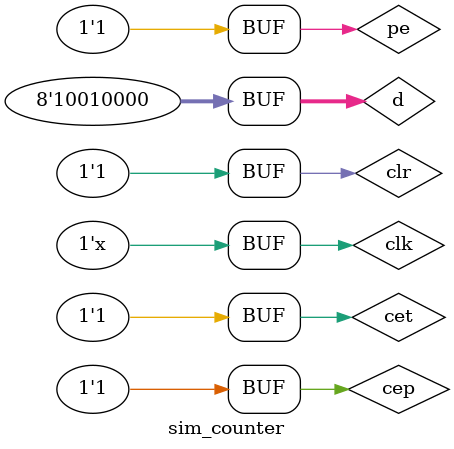
<source format=v>
module sim_counter;
    reg cep,cet,pe,clk,clr;
    reg [7:0] d;
    wire up;
    wire [7:0] q;
    counter c(cep,cet,pe,clk,clr,d,up,q);
    initial begin
        d=8'b0000_0000;cep=0;cet=0;pe=0;clk=0;clr=1;
        #5 clr=0;
        #5 clr<=1;
        pe<=0;
        #5 d=127;
        #5 d=328;
        #5 d=144;
        pe<=1;
    end
    always #5 clk=~clk;
    always begin
        #8 cep<=0;cet<=0;
        #8 cep<=1;
        #8 cep<=1;cet<=0;
        #8 cep<=1;cet<=1;
    end
    always begin #5000 clr<=0;#5 clr<=1;end
endmodule

</source>
